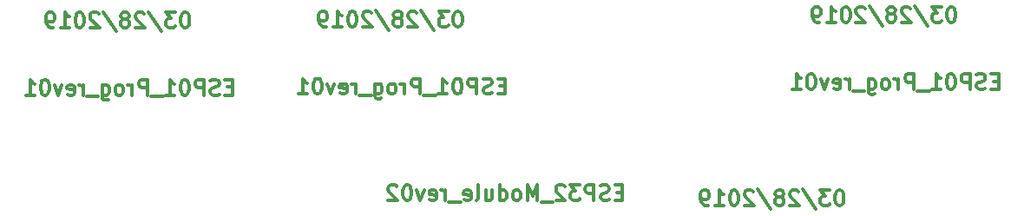
<source format=gbr>
G04 #@! TF.FileFunction,Legend,Bot*
%FSLAX46Y46*%
G04 Gerber Fmt 4.6, Leading zero omitted, Abs format (unit mm)*
G04 Created by KiCad (PCBNEW 4.0.7) date 03/28/19 16:01:04*
%MOMM*%
%LPD*%
G01*
G04 APERTURE LIST*
%ADD10C,0.050000*%
%ADD11C,0.300000*%
G04 APERTURE END LIST*
D10*
D11*
X184085712Y-117542857D02*
X183585712Y-117542857D01*
X183371426Y-118328571D02*
X184085712Y-118328571D01*
X184085712Y-116828571D01*
X183371426Y-116828571D01*
X182799998Y-118257143D02*
X182585712Y-118328571D01*
X182228569Y-118328571D01*
X182085712Y-118257143D01*
X182014283Y-118185714D01*
X181942855Y-118042857D01*
X181942855Y-117900000D01*
X182014283Y-117757143D01*
X182085712Y-117685714D01*
X182228569Y-117614286D01*
X182514283Y-117542857D01*
X182657141Y-117471429D01*
X182728569Y-117400000D01*
X182799998Y-117257143D01*
X182799998Y-117114286D01*
X182728569Y-116971429D01*
X182657141Y-116900000D01*
X182514283Y-116828571D01*
X182157141Y-116828571D01*
X181942855Y-116900000D01*
X181299998Y-118328571D02*
X181299998Y-116828571D01*
X180728570Y-116828571D01*
X180585712Y-116900000D01*
X180514284Y-116971429D01*
X180442855Y-117114286D01*
X180442855Y-117328571D01*
X180514284Y-117471429D01*
X180585712Y-117542857D01*
X180728570Y-117614286D01*
X181299998Y-117614286D01*
X179514284Y-116828571D02*
X179371427Y-116828571D01*
X179228570Y-116900000D01*
X179157141Y-116971429D01*
X179085712Y-117114286D01*
X179014284Y-117400000D01*
X179014284Y-117757143D01*
X179085712Y-118042857D01*
X179157141Y-118185714D01*
X179228570Y-118257143D01*
X179371427Y-118328571D01*
X179514284Y-118328571D01*
X179657141Y-118257143D01*
X179728570Y-118185714D01*
X179799998Y-118042857D01*
X179871427Y-117757143D01*
X179871427Y-117400000D01*
X179799998Y-117114286D01*
X179728570Y-116971429D01*
X179657141Y-116900000D01*
X179514284Y-116828571D01*
X177585713Y-118328571D02*
X178442856Y-118328571D01*
X178014284Y-118328571D02*
X178014284Y-116828571D01*
X178157141Y-117042857D01*
X178299999Y-117185714D01*
X178442856Y-117257143D01*
X177299999Y-118471429D02*
X176157142Y-118471429D01*
X175799999Y-118328571D02*
X175799999Y-116828571D01*
X175228571Y-116828571D01*
X175085713Y-116900000D01*
X175014285Y-116971429D01*
X174942856Y-117114286D01*
X174942856Y-117328571D01*
X175014285Y-117471429D01*
X175085713Y-117542857D01*
X175228571Y-117614286D01*
X175799999Y-117614286D01*
X174299999Y-118328571D02*
X174299999Y-117328571D01*
X174299999Y-117614286D02*
X174228571Y-117471429D01*
X174157142Y-117400000D01*
X174014285Y-117328571D01*
X173871428Y-117328571D01*
X173157142Y-118328571D02*
X173300000Y-118257143D01*
X173371428Y-118185714D01*
X173442857Y-118042857D01*
X173442857Y-117614286D01*
X173371428Y-117471429D01*
X173300000Y-117400000D01*
X173157142Y-117328571D01*
X172942857Y-117328571D01*
X172800000Y-117400000D01*
X172728571Y-117471429D01*
X172657142Y-117614286D01*
X172657142Y-118042857D01*
X172728571Y-118185714D01*
X172800000Y-118257143D01*
X172942857Y-118328571D01*
X173157142Y-118328571D01*
X171371428Y-117328571D02*
X171371428Y-118542857D01*
X171442857Y-118685714D01*
X171514285Y-118757143D01*
X171657142Y-118828571D01*
X171871428Y-118828571D01*
X172014285Y-118757143D01*
X171371428Y-118257143D02*
X171514285Y-118328571D01*
X171799999Y-118328571D01*
X171942857Y-118257143D01*
X172014285Y-118185714D01*
X172085714Y-118042857D01*
X172085714Y-117614286D01*
X172014285Y-117471429D01*
X171942857Y-117400000D01*
X171799999Y-117328571D01*
X171514285Y-117328571D01*
X171371428Y-117400000D01*
X171014285Y-118471429D02*
X169871428Y-118471429D01*
X169514285Y-118328571D02*
X169514285Y-117328571D01*
X169514285Y-117614286D02*
X169442857Y-117471429D01*
X169371428Y-117400000D01*
X169228571Y-117328571D01*
X169085714Y-117328571D01*
X168014286Y-118257143D02*
X168157143Y-118328571D01*
X168442857Y-118328571D01*
X168585714Y-118257143D01*
X168657143Y-118114286D01*
X168657143Y-117542857D01*
X168585714Y-117400000D01*
X168442857Y-117328571D01*
X168157143Y-117328571D01*
X168014286Y-117400000D01*
X167942857Y-117542857D01*
X167942857Y-117685714D01*
X168657143Y-117828571D01*
X167442857Y-117328571D02*
X167085714Y-118328571D01*
X166728572Y-117328571D01*
X165871429Y-116828571D02*
X165728572Y-116828571D01*
X165585715Y-116900000D01*
X165514286Y-116971429D01*
X165442857Y-117114286D01*
X165371429Y-117400000D01*
X165371429Y-117757143D01*
X165442857Y-118042857D01*
X165514286Y-118185714D01*
X165585715Y-118257143D01*
X165728572Y-118328571D01*
X165871429Y-118328571D01*
X166014286Y-118257143D01*
X166085715Y-118185714D01*
X166157143Y-118042857D01*
X166228572Y-117757143D01*
X166228572Y-117400000D01*
X166157143Y-117114286D01*
X166085715Y-116971429D01*
X166014286Y-116900000D01*
X165871429Y-116828571D01*
X163942858Y-118328571D02*
X164800001Y-118328571D01*
X164371429Y-118328571D02*
X164371429Y-116828571D01*
X164514286Y-117042857D01*
X164657144Y-117185714D01*
X164800001Y-117257143D01*
X179542856Y-110278571D02*
X179399999Y-110278571D01*
X179257142Y-110350000D01*
X179185713Y-110421429D01*
X179114284Y-110564286D01*
X179042856Y-110850000D01*
X179042856Y-111207143D01*
X179114284Y-111492857D01*
X179185713Y-111635714D01*
X179257142Y-111707143D01*
X179399999Y-111778571D01*
X179542856Y-111778571D01*
X179685713Y-111707143D01*
X179757142Y-111635714D01*
X179828570Y-111492857D01*
X179899999Y-111207143D01*
X179899999Y-110850000D01*
X179828570Y-110564286D01*
X179757142Y-110421429D01*
X179685713Y-110350000D01*
X179542856Y-110278571D01*
X178542856Y-110278571D02*
X177614285Y-110278571D01*
X178114285Y-110850000D01*
X177899999Y-110850000D01*
X177757142Y-110921429D01*
X177685713Y-110992857D01*
X177614285Y-111135714D01*
X177614285Y-111492857D01*
X177685713Y-111635714D01*
X177757142Y-111707143D01*
X177899999Y-111778571D01*
X178328571Y-111778571D01*
X178471428Y-111707143D01*
X178542856Y-111635714D01*
X175900000Y-110207143D02*
X177185714Y-112135714D01*
X175471428Y-110421429D02*
X175399999Y-110350000D01*
X175257142Y-110278571D01*
X174899999Y-110278571D01*
X174757142Y-110350000D01*
X174685713Y-110421429D01*
X174614285Y-110564286D01*
X174614285Y-110707143D01*
X174685713Y-110921429D01*
X175542856Y-111778571D01*
X174614285Y-111778571D01*
X173757142Y-110921429D02*
X173900000Y-110850000D01*
X173971428Y-110778571D01*
X174042857Y-110635714D01*
X174042857Y-110564286D01*
X173971428Y-110421429D01*
X173900000Y-110350000D01*
X173757142Y-110278571D01*
X173471428Y-110278571D01*
X173328571Y-110350000D01*
X173257142Y-110421429D01*
X173185714Y-110564286D01*
X173185714Y-110635714D01*
X173257142Y-110778571D01*
X173328571Y-110850000D01*
X173471428Y-110921429D01*
X173757142Y-110921429D01*
X173900000Y-110992857D01*
X173971428Y-111064286D01*
X174042857Y-111207143D01*
X174042857Y-111492857D01*
X173971428Y-111635714D01*
X173900000Y-111707143D01*
X173757142Y-111778571D01*
X173471428Y-111778571D01*
X173328571Y-111707143D01*
X173257142Y-111635714D01*
X173185714Y-111492857D01*
X173185714Y-111207143D01*
X173257142Y-111064286D01*
X173328571Y-110992857D01*
X173471428Y-110921429D01*
X171471429Y-110207143D02*
X172757143Y-112135714D01*
X171042857Y-110421429D02*
X170971428Y-110350000D01*
X170828571Y-110278571D01*
X170471428Y-110278571D01*
X170328571Y-110350000D01*
X170257142Y-110421429D01*
X170185714Y-110564286D01*
X170185714Y-110707143D01*
X170257142Y-110921429D01*
X171114285Y-111778571D01*
X170185714Y-111778571D01*
X169257143Y-110278571D02*
X169114286Y-110278571D01*
X168971429Y-110350000D01*
X168900000Y-110421429D01*
X168828571Y-110564286D01*
X168757143Y-110850000D01*
X168757143Y-111207143D01*
X168828571Y-111492857D01*
X168900000Y-111635714D01*
X168971429Y-111707143D01*
X169114286Y-111778571D01*
X169257143Y-111778571D01*
X169400000Y-111707143D01*
X169471429Y-111635714D01*
X169542857Y-111492857D01*
X169614286Y-111207143D01*
X169614286Y-110850000D01*
X169542857Y-110564286D01*
X169471429Y-110421429D01*
X169400000Y-110350000D01*
X169257143Y-110278571D01*
X167328572Y-111778571D02*
X168185715Y-111778571D01*
X167757143Y-111778571D02*
X167757143Y-110278571D01*
X167900000Y-110492857D01*
X168042858Y-110635714D01*
X168185715Y-110707143D01*
X166614287Y-111778571D02*
X166328572Y-111778571D01*
X166185715Y-111707143D01*
X166114287Y-111635714D01*
X165971429Y-111421429D01*
X165900001Y-111135714D01*
X165900001Y-110564286D01*
X165971429Y-110421429D01*
X166042858Y-110350000D01*
X166185715Y-110278571D01*
X166471429Y-110278571D01*
X166614287Y-110350000D01*
X166685715Y-110421429D01*
X166757144Y-110564286D01*
X166757144Y-110921429D01*
X166685715Y-111064286D01*
X166614287Y-111135714D01*
X166471429Y-111207143D01*
X166185715Y-111207143D01*
X166042858Y-111135714D01*
X165971429Y-111064286D01*
X165900001Y-110921429D01*
X135935712Y-117992857D02*
X135435712Y-117992857D01*
X135221426Y-118778571D02*
X135935712Y-118778571D01*
X135935712Y-117278571D01*
X135221426Y-117278571D01*
X134649998Y-118707143D02*
X134435712Y-118778571D01*
X134078569Y-118778571D01*
X133935712Y-118707143D01*
X133864283Y-118635714D01*
X133792855Y-118492857D01*
X133792855Y-118350000D01*
X133864283Y-118207143D01*
X133935712Y-118135714D01*
X134078569Y-118064286D01*
X134364283Y-117992857D01*
X134507141Y-117921429D01*
X134578569Y-117850000D01*
X134649998Y-117707143D01*
X134649998Y-117564286D01*
X134578569Y-117421429D01*
X134507141Y-117350000D01*
X134364283Y-117278571D01*
X134007141Y-117278571D01*
X133792855Y-117350000D01*
X133149998Y-118778571D02*
X133149998Y-117278571D01*
X132578570Y-117278571D01*
X132435712Y-117350000D01*
X132364284Y-117421429D01*
X132292855Y-117564286D01*
X132292855Y-117778571D01*
X132364284Y-117921429D01*
X132435712Y-117992857D01*
X132578570Y-118064286D01*
X133149998Y-118064286D01*
X131364284Y-117278571D02*
X131221427Y-117278571D01*
X131078570Y-117350000D01*
X131007141Y-117421429D01*
X130935712Y-117564286D01*
X130864284Y-117850000D01*
X130864284Y-118207143D01*
X130935712Y-118492857D01*
X131007141Y-118635714D01*
X131078570Y-118707143D01*
X131221427Y-118778571D01*
X131364284Y-118778571D01*
X131507141Y-118707143D01*
X131578570Y-118635714D01*
X131649998Y-118492857D01*
X131721427Y-118207143D01*
X131721427Y-117850000D01*
X131649998Y-117564286D01*
X131578570Y-117421429D01*
X131507141Y-117350000D01*
X131364284Y-117278571D01*
X129435713Y-118778571D02*
X130292856Y-118778571D01*
X129864284Y-118778571D02*
X129864284Y-117278571D01*
X130007141Y-117492857D01*
X130149999Y-117635714D01*
X130292856Y-117707143D01*
X129149999Y-118921429D02*
X128007142Y-118921429D01*
X127649999Y-118778571D02*
X127649999Y-117278571D01*
X127078571Y-117278571D01*
X126935713Y-117350000D01*
X126864285Y-117421429D01*
X126792856Y-117564286D01*
X126792856Y-117778571D01*
X126864285Y-117921429D01*
X126935713Y-117992857D01*
X127078571Y-118064286D01*
X127649999Y-118064286D01*
X126149999Y-118778571D02*
X126149999Y-117778571D01*
X126149999Y-118064286D02*
X126078571Y-117921429D01*
X126007142Y-117850000D01*
X125864285Y-117778571D01*
X125721428Y-117778571D01*
X125007142Y-118778571D02*
X125150000Y-118707143D01*
X125221428Y-118635714D01*
X125292857Y-118492857D01*
X125292857Y-118064286D01*
X125221428Y-117921429D01*
X125150000Y-117850000D01*
X125007142Y-117778571D01*
X124792857Y-117778571D01*
X124650000Y-117850000D01*
X124578571Y-117921429D01*
X124507142Y-118064286D01*
X124507142Y-118492857D01*
X124578571Y-118635714D01*
X124650000Y-118707143D01*
X124792857Y-118778571D01*
X125007142Y-118778571D01*
X123221428Y-117778571D02*
X123221428Y-118992857D01*
X123292857Y-119135714D01*
X123364285Y-119207143D01*
X123507142Y-119278571D01*
X123721428Y-119278571D01*
X123864285Y-119207143D01*
X123221428Y-118707143D02*
X123364285Y-118778571D01*
X123649999Y-118778571D01*
X123792857Y-118707143D01*
X123864285Y-118635714D01*
X123935714Y-118492857D01*
X123935714Y-118064286D01*
X123864285Y-117921429D01*
X123792857Y-117850000D01*
X123649999Y-117778571D01*
X123364285Y-117778571D01*
X123221428Y-117850000D01*
X122864285Y-118921429D02*
X121721428Y-118921429D01*
X121364285Y-118778571D02*
X121364285Y-117778571D01*
X121364285Y-118064286D02*
X121292857Y-117921429D01*
X121221428Y-117850000D01*
X121078571Y-117778571D01*
X120935714Y-117778571D01*
X119864286Y-118707143D02*
X120007143Y-118778571D01*
X120292857Y-118778571D01*
X120435714Y-118707143D01*
X120507143Y-118564286D01*
X120507143Y-117992857D01*
X120435714Y-117850000D01*
X120292857Y-117778571D01*
X120007143Y-117778571D01*
X119864286Y-117850000D01*
X119792857Y-117992857D01*
X119792857Y-118135714D01*
X120507143Y-118278571D01*
X119292857Y-117778571D02*
X118935714Y-118778571D01*
X118578572Y-117778571D01*
X117721429Y-117278571D02*
X117578572Y-117278571D01*
X117435715Y-117350000D01*
X117364286Y-117421429D01*
X117292857Y-117564286D01*
X117221429Y-117850000D01*
X117221429Y-118207143D01*
X117292857Y-118492857D01*
X117364286Y-118635714D01*
X117435715Y-118707143D01*
X117578572Y-118778571D01*
X117721429Y-118778571D01*
X117864286Y-118707143D01*
X117935715Y-118635714D01*
X118007143Y-118492857D01*
X118078572Y-118207143D01*
X118078572Y-117850000D01*
X118007143Y-117564286D01*
X117935715Y-117421429D01*
X117864286Y-117350000D01*
X117721429Y-117278571D01*
X115792858Y-118778571D02*
X116650001Y-118778571D01*
X116221429Y-118778571D02*
X116221429Y-117278571D01*
X116364286Y-117492857D01*
X116507144Y-117635714D01*
X116650001Y-117707143D01*
X131392856Y-110728571D02*
X131249999Y-110728571D01*
X131107142Y-110800000D01*
X131035713Y-110871429D01*
X130964284Y-111014286D01*
X130892856Y-111300000D01*
X130892856Y-111657143D01*
X130964284Y-111942857D01*
X131035713Y-112085714D01*
X131107142Y-112157143D01*
X131249999Y-112228571D01*
X131392856Y-112228571D01*
X131535713Y-112157143D01*
X131607142Y-112085714D01*
X131678570Y-111942857D01*
X131749999Y-111657143D01*
X131749999Y-111300000D01*
X131678570Y-111014286D01*
X131607142Y-110871429D01*
X131535713Y-110800000D01*
X131392856Y-110728571D01*
X130392856Y-110728571D02*
X129464285Y-110728571D01*
X129964285Y-111300000D01*
X129749999Y-111300000D01*
X129607142Y-111371429D01*
X129535713Y-111442857D01*
X129464285Y-111585714D01*
X129464285Y-111942857D01*
X129535713Y-112085714D01*
X129607142Y-112157143D01*
X129749999Y-112228571D01*
X130178571Y-112228571D01*
X130321428Y-112157143D01*
X130392856Y-112085714D01*
X127750000Y-110657143D02*
X129035714Y-112585714D01*
X127321428Y-110871429D02*
X127249999Y-110800000D01*
X127107142Y-110728571D01*
X126749999Y-110728571D01*
X126607142Y-110800000D01*
X126535713Y-110871429D01*
X126464285Y-111014286D01*
X126464285Y-111157143D01*
X126535713Y-111371429D01*
X127392856Y-112228571D01*
X126464285Y-112228571D01*
X125607142Y-111371429D02*
X125750000Y-111300000D01*
X125821428Y-111228571D01*
X125892857Y-111085714D01*
X125892857Y-111014286D01*
X125821428Y-110871429D01*
X125750000Y-110800000D01*
X125607142Y-110728571D01*
X125321428Y-110728571D01*
X125178571Y-110800000D01*
X125107142Y-110871429D01*
X125035714Y-111014286D01*
X125035714Y-111085714D01*
X125107142Y-111228571D01*
X125178571Y-111300000D01*
X125321428Y-111371429D01*
X125607142Y-111371429D01*
X125750000Y-111442857D01*
X125821428Y-111514286D01*
X125892857Y-111657143D01*
X125892857Y-111942857D01*
X125821428Y-112085714D01*
X125750000Y-112157143D01*
X125607142Y-112228571D01*
X125321428Y-112228571D01*
X125178571Y-112157143D01*
X125107142Y-112085714D01*
X125035714Y-111942857D01*
X125035714Y-111657143D01*
X125107142Y-111514286D01*
X125178571Y-111442857D01*
X125321428Y-111371429D01*
X123321429Y-110657143D02*
X124607143Y-112585714D01*
X122892857Y-110871429D02*
X122821428Y-110800000D01*
X122678571Y-110728571D01*
X122321428Y-110728571D01*
X122178571Y-110800000D01*
X122107142Y-110871429D01*
X122035714Y-111014286D01*
X122035714Y-111157143D01*
X122107142Y-111371429D01*
X122964285Y-112228571D01*
X122035714Y-112228571D01*
X121107143Y-110728571D02*
X120964286Y-110728571D01*
X120821429Y-110800000D01*
X120750000Y-110871429D01*
X120678571Y-111014286D01*
X120607143Y-111300000D01*
X120607143Y-111657143D01*
X120678571Y-111942857D01*
X120750000Y-112085714D01*
X120821429Y-112157143D01*
X120964286Y-112228571D01*
X121107143Y-112228571D01*
X121250000Y-112157143D01*
X121321429Y-112085714D01*
X121392857Y-111942857D01*
X121464286Y-111657143D01*
X121464286Y-111300000D01*
X121392857Y-111014286D01*
X121321429Y-110871429D01*
X121250000Y-110800000D01*
X121107143Y-110728571D01*
X119178572Y-112228571D02*
X120035715Y-112228571D01*
X119607143Y-112228571D02*
X119607143Y-110728571D01*
X119750000Y-110942857D01*
X119892858Y-111085714D01*
X120035715Y-111157143D01*
X118464287Y-112228571D02*
X118178572Y-112228571D01*
X118035715Y-112157143D01*
X117964287Y-112085714D01*
X117821429Y-111871429D01*
X117750001Y-111585714D01*
X117750001Y-111014286D01*
X117821429Y-110871429D01*
X117892858Y-110800000D01*
X118035715Y-110728571D01*
X118321429Y-110728571D01*
X118464287Y-110800000D01*
X118535715Y-110871429D01*
X118607144Y-111014286D01*
X118607144Y-111371429D01*
X118535715Y-111514286D01*
X118464287Y-111585714D01*
X118321429Y-111657143D01*
X118035715Y-111657143D01*
X117892858Y-111585714D01*
X117821429Y-111514286D01*
X117750001Y-111371429D01*
X147392855Y-128392857D02*
X146892855Y-128392857D01*
X146678569Y-129178571D02*
X147392855Y-129178571D01*
X147392855Y-127678571D01*
X146678569Y-127678571D01*
X146107141Y-129107143D02*
X145892855Y-129178571D01*
X145535712Y-129178571D01*
X145392855Y-129107143D01*
X145321426Y-129035714D01*
X145249998Y-128892857D01*
X145249998Y-128750000D01*
X145321426Y-128607143D01*
X145392855Y-128535714D01*
X145535712Y-128464286D01*
X145821426Y-128392857D01*
X145964284Y-128321429D01*
X146035712Y-128250000D01*
X146107141Y-128107143D01*
X146107141Y-127964286D01*
X146035712Y-127821429D01*
X145964284Y-127750000D01*
X145821426Y-127678571D01*
X145464284Y-127678571D01*
X145249998Y-127750000D01*
X144607141Y-129178571D02*
X144607141Y-127678571D01*
X144035713Y-127678571D01*
X143892855Y-127750000D01*
X143821427Y-127821429D01*
X143749998Y-127964286D01*
X143749998Y-128178571D01*
X143821427Y-128321429D01*
X143892855Y-128392857D01*
X144035713Y-128464286D01*
X144607141Y-128464286D01*
X143249998Y-127678571D02*
X142321427Y-127678571D01*
X142821427Y-128250000D01*
X142607141Y-128250000D01*
X142464284Y-128321429D01*
X142392855Y-128392857D01*
X142321427Y-128535714D01*
X142321427Y-128892857D01*
X142392855Y-129035714D01*
X142464284Y-129107143D01*
X142607141Y-129178571D01*
X143035713Y-129178571D01*
X143178570Y-129107143D01*
X143249998Y-129035714D01*
X141749999Y-127821429D02*
X141678570Y-127750000D01*
X141535713Y-127678571D01*
X141178570Y-127678571D01*
X141035713Y-127750000D01*
X140964284Y-127821429D01*
X140892856Y-127964286D01*
X140892856Y-128107143D01*
X140964284Y-128321429D01*
X141821427Y-129178571D01*
X140892856Y-129178571D01*
X140607142Y-129321429D02*
X139464285Y-129321429D01*
X139107142Y-129178571D02*
X139107142Y-127678571D01*
X138607142Y-128750000D01*
X138107142Y-127678571D01*
X138107142Y-129178571D01*
X137178570Y-129178571D02*
X137321428Y-129107143D01*
X137392856Y-129035714D01*
X137464285Y-128892857D01*
X137464285Y-128464286D01*
X137392856Y-128321429D01*
X137321428Y-128250000D01*
X137178570Y-128178571D01*
X136964285Y-128178571D01*
X136821428Y-128250000D01*
X136749999Y-128321429D01*
X136678570Y-128464286D01*
X136678570Y-128892857D01*
X136749999Y-129035714D01*
X136821428Y-129107143D01*
X136964285Y-129178571D01*
X137178570Y-129178571D01*
X135392856Y-129178571D02*
X135392856Y-127678571D01*
X135392856Y-129107143D02*
X135535713Y-129178571D01*
X135821427Y-129178571D01*
X135964285Y-129107143D01*
X136035713Y-129035714D01*
X136107142Y-128892857D01*
X136107142Y-128464286D01*
X136035713Y-128321429D01*
X135964285Y-128250000D01*
X135821427Y-128178571D01*
X135535713Y-128178571D01*
X135392856Y-128250000D01*
X134035713Y-128178571D02*
X134035713Y-129178571D01*
X134678570Y-128178571D02*
X134678570Y-128964286D01*
X134607142Y-129107143D01*
X134464284Y-129178571D01*
X134249999Y-129178571D01*
X134107142Y-129107143D01*
X134035713Y-129035714D01*
X133107141Y-129178571D02*
X133249999Y-129107143D01*
X133321427Y-128964286D01*
X133321427Y-127678571D01*
X131964285Y-129107143D02*
X132107142Y-129178571D01*
X132392856Y-129178571D01*
X132535713Y-129107143D01*
X132607142Y-128964286D01*
X132607142Y-128392857D01*
X132535713Y-128250000D01*
X132392856Y-128178571D01*
X132107142Y-128178571D01*
X131964285Y-128250000D01*
X131892856Y-128392857D01*
X131892856Y-128535714D01*
X132607142Y-128678571D01*
X131607142Y-129321429D02*
X130464285Y-129321429D01*
X130107142Y-129178571D02*
X130107142Y-128178571D01*
X130107142Y-128464286D02*
X130035714Y-128321429D01*
X129964285Y-128250000D01*
X129821428Y-128178571D01*
X129678571Y-128178571D01*
X128607143Y-129107143D02*
X128750000Y-129178571D01*
X129035714Y-129178571D01*
X129178571Y-129107143D01*
X129250000Y-128964286D01*
X129250000Y-128392857D01*
X129178571Y-128250000D01*
X129035714Y-128178571D01*
X128750000Y-128178571D01*
X128607143Y-128250000D01*
X128535714Y-128392857D01*
X128535714Y-128535714D01*
X129250000Y-128678571D01*
X128035714Y-128178571D02*
X127678571Y-129178571D01*
X127321429Y-128178571D01*
X126464286Y-127678571D02*
X126321429Y-127678571D01*
X126178572Y-127750000D01*
X126107143Y-127821429D01*
X126035714Y-127964286D01*
X125964286Y-128250000D01*
X125964286Y-128607143D01*
X126035714Y-128892857D01*
X126107143Y-129035714D01*
X126178572Y-129107143D01*
X126321429Y-129178571D01*
X126464286Y-129178571D01*
X126607143Y-129107143D01*
X126678572Y-129035714D01*
X126750000Y-128892857D01*
X126821429Y-128607143D01*
X126821429Y-128250000D01*
X126750000Y-127964286D01*
X126678572Y-127821429D01*
X126607143Y-127750000D01*
X126464286Y-127678571D01*
X125392858Y-127821429D02*
X125321429Y-127750000D01*
X125178572Y-127678571D01*
X124821429Y-127678571D01*
X124678572Y-127750000D01*
X124607143Y-127821429D01*
X124535715Y-127964286D01*
X124535715Y-128107143D01*
X124607143Y-128321429D01*
X125464286Y-129178571D01*
X124535715Y-129178571D01*
X168642856Y-128178571D02*
X168499999Y-128178571D01*
X168357142Y-128250000D01*
X168285713Y-128321429D01*
X168214284Y-128464286D01*
X168142856Y-128750000D01*
X168142856Y-129107143D01*
X168214284Y-129392857D01*
X168285713Y-129535714D01*
X168357142Y-129607143D01*
X168499999Y-129678571D01*
X168642856Y-129678571D01*
X168785713Y-129607143D01*
X168857142Y-129535714D01*
X168928570Y-129392857D01*
X168999999Y-129107143D01*
X168999999Y-128750000D01*
X168928570Y-128464286D01*
X168857142Y-128321429D01*
X168785713Y-128250000D01*
X168642856Y-128178571D01*
X167642856Y-128178571D02*
X166714285Y-128178571D01*
X167214285Y-128750000D01*
X166999999Y-128750000D01*
X166857142Y-128821429D01*
X166785713Y-128892857D01*
X166714285Y-129035714D01*
X166714285Y-129392857D01*
X166785713Y-129535714D01*
X166857142Y-129607143D01*
X166999999Y-129678571D01*
X167428571Y-129678571D01*
X167571428Y-129607143D01*
X167642856Y-129535714D01*
X165000000Y-128107143D02*
X166285714Y-130035714D01*
X164571428Y-128321429D02*
X164499999Y-128250000D01*
X164357142Y-128178571D01*
X163999999Y-128178571D01*
X163857142Y-128250000D01*
X163785713Y-128321429D01*
X163714285Y-128464286D01*
X163714285Y-128607143D01*
X163785713Y-128821429D01*
X164642856Y-129678571D01*
X163714285Y-129678571D01*
X162857142Y-128821429D02*
X163000000Y-128750000D01*
X163071428Y-128678571D01*
X163142857Y-128535714D01*
X163142857Y-128464286D01*
X163071428Y-128321429D01*
X163000000Y-128250000D01*
X162857142Y-128178571D01*
X162571428Y-128178571D01*
X162428571Y-128250000D01*
X162357142Y-128321429D01*
X162285714Y-128464286D01*
X162285714Y-128535714D01*
X162357142Y-128678571D01*
X162428571Y-128750000D01*
X162571428Y-128821429D01*
X162857142Y-128821429D01*
X163000000Y-128892857D01*
X163071428Y-128964286D01*
X163142857Y-129107143D01*
X163142857Y-129392857D01*
X163071428Y-129535714D01*
X163000000Y-129607143D01*
X162857142Y-129678571D01*
X162571428Y-129678571D01*
X162428571Y-129607143D01*
X162357142Y-129535714D01*
X162285714Y-129392857D01*
X162285714Y-129107143D01*
X162357142Y-128964286D01*
X162428571Y-128892857D01*
X162571428Y-128821429D01*
X160571429Y-128107143D02*
X161857143Y-130035714D01*
X160142857Y-128321429D02*
X160071428Y-128250000D01*
X159928571Y-128178571D01*
X159571428Y-128178571D01*
X159428571Y-128250000D01*
X159357142Y-128321429D01*
X159285714Y-128464286D01*
X159285714Y-128607143D01*
X159357142Y-128821429D01*
X160214285Y-129678571D01*
X159285714Y-129678571D01*
X158357143Y-128178571D02*
X158214286Y-128178571D01*
X158071429Y-128250000D01*
X158000000Y-128321429D01*
X157928571Y-128464286D01*
X157857143Y-128750000D01*
X157857143Y-129107143D01*
X157928571Y-129392857D01*
X158000000Y-129535714D01*
X158071429Y-129607143D01*
X158214286Y-129678571D01*
X158357143Y-129678571D01*
X158500000Y-129607143D01*
X158571429Y-129535714D01*
X158642857Y-129392857D01*
X158714286Y-129107143D01*
X158714286Y-128750000D01*
X158642857Y-128464286D01*
X158571429Y-128321429D01*
X158500000Y-128250000D01*
X158357143Y-128178571D01*
X156428572Y-129678571D02*
X157285715Y-129678571D01*
X156857143Y-129678571D02*
X156857143Y-128178571D01*
X157000000Y-128392857D01*
X157142858Y-128535714D01*
X157285715Y-128607143D01*
X155714287Y-129678571D02*
X155428572Y-129678571D01*
X155285715Y-129607143D01*
X155214287Y-129535714D01*
X155071429Y-129321429D01*
X155000001Y-129035714D01*
X155000001Y-128464286D01*
X155071429Y-128321429D01*
X155142858Y-128250000D01*
X155285715Y-128178571D01*
X155571429Y-128178571D01*
X155714287Y-128250000D01*
X155785715Y-128321429D01*
X155857144Y-128464286D01*
X155857144Y-128821429D01*
X155785715Y-128964286D01*
X155714287Y-129035714D01*
X155571429Y-129107143D01*
X155285715Y-129107143D01*
X155142858Y-129035714D01*
X155071429Y-128964286D01*
X155000001Y-128821429D01*
X104792856Y-110828571D02*
X104649999Y-110828571D01*
X104507142Y-110900000D01*
X104435713Y-110971429D01*
X104364284Y-111114286D01*
X104292856Y-111400000D01*
X104292856Y-111757143D01*
X104364284Y-112042857D01*
X104435713Y-112185714D01*
X104507142Y-112257143D01*
X104649999Y-112328571D01*
X104792856Y-112328571D01*
X104935713Y-112257143D01*
X105007142Y-112185714D01*
X105078570Y-112042857D01*
X105149999Y-111757143D01*
X105149999Y-111400000D01*
X105078570Y-111114286D01*
X105007142Y-110971429D01*
X104935713Y-110900000D01*
X104792856Y-110828571D01*
X103792856Y-110828571D02*
X102864285Y-110828571D01*
X103364285Y-111400000D01*
X103149999Y-111400000D01*
X103007142Y-111471429D01*
X102935713Y-111542857D01*
X102864285Y-111685714D01*
X102864285Y-112042857D01*
X102935713Y-112185714D01*
X103007142Y-112257143D01*
X103149999Y-112328571D01*
X103578571Y-112328571D01*
X103721428Y-112257143D01*
X103792856Y-112185714D01*
X101150000Y-110757143D02*
X102435714Y-112685714D01*
X100721428Y-110971429D02*
X100649999Y-110900000D01*
X100507142Y-110828571D01*
X100149999Y-110828571D01*
X100007142Y-110900000D01*
X99935713Y-110971429D01*
X99864285Y-111114286D01*
X99864285Y-111257143D01*
X99935713Y-111471429D01*
X100792856Y-112328571D01*
X99864285Y-112328571D01*
X99007142Y-111471429D02*
X99150000Y-111400000D01*
X99221428Y-111328571D01*
X99292857Y-111185714D01*
X99292857Y-111114286D01*
X99221428Y-110971429D01*
X99150000Y-110900000D01*
X99007142Y-110828571D01*
X98721428Y-110828571D01*
X98578571Y-110900000D01*
X98507142Y-110971429D01*
X98435714Y-111114286D01*
X98435714Y-111185714D01*
X98507142Y-111328571D01*
X98578571Y-111400000D01*
X98721428Y-111471429D01*
X99007142Y-111471429D01*
X99150000Y-111542857D01*
X99221428Y-111614286D01*
X99292857Y-111757143D01*
X99292857Y-112042857D01*
X99221428Y-112185714D01*
X99150000Y-112257143D01*
X99007142Y-112328571D01*
X98721428Y-112328571D01*
X98578571Y-112257143D01*
X98507142Y-112185714D01*
X98435714Y-112042857D01*
X98435714Y-111757143D01*
X98507142Y-111614286D01*
X98578571Y-111542857D01*
X98721428Y-111471429D01*
X96721429Y-110757143D02*
X98007143Y-112685714D01*
X96292857Y-110971429D02*
X96221428Y-110900000D01*
X96078571Y-110828571D01*
X95721428Y-110828571D01*
X95578571Y-110900000D01*
X95507142Y-110971429D01*
X95435714Y-111114286D01*
X95435714Y-111257143D01*
X95507142Y-111471429D01*
X96364285Y-112328571D01*
X95435714Y-112328571D01*
X94507143Y-110828571D02*
X94364286Y-110828571D01*
X94221429Y-110900000D01*
X94150000Y-110971429D01*
X94078571Y-111114286D01*
X94007143Y-111400000D01*
X94007143Y-111757143D01*
X94078571Y-112042857D01*
X94150000Y-112185714D01*
X94221429Y-112257143D01*
X94364286Y-112328571D01*
X94507143Y-112328571D01*
X94650000Y-112257143D01*
X94721429Y-112185714D01*
X94792857Y-112042857D01*
X94864286Y-111757143D01*
X94864286Y-111400000D01*
X94792857Y-111114286D01*
X94721429Y-110971429D01*
X94650000Y-110900000D01*
X94507143Y-110828571D01*
X92578572Y-112328571D02*
X93435715Y-112328571D01*
X93007143Y-112328571D02*
X93007143Y-110828571D01*
X93150000Y-111042857D01*
X93292858Y-111185714D01*
X93435715Y-111257143D01*
X91864287Y-112328571D02*
X91578572Y-112328571D01*
X91435715Y-112257143D01*
X91364287Y-112185714D01*
X91221429Y-111971429D01*
X91150001Y-111685714D01*
X91150001Y-111114286D01*
X91221429Y-110971429D01*
X91292858Y-110900000D01*
X91435715Y-110828571D01*
X91721429Y-110828571D01*
X91864287Y-110900000D01*
X91935715Y-110971429D01*
X92007144Y-111114286D01*
X92007144Y-111471429D01*
X91935715Y-111614286D01*
X91864287Y-111685714D01*
X91721429Y-111757143D01*
X91435715Y-111757143D01*
X91292858Y-111685714D01*
X91221429Y-111614286D01*
X91150001Y-111471429D01*
X109335712Y-118092857D02*
X108835712Y-118092857D01*
X108621426Y-118878571D02*
X109335712Y-118878571D01*
X109335712Y-117378571D01*
X108621426Y-117378571D01*
X108049998Y-118807143D02*
X107835712Y-118878571D01*
X107478569Y-118878571D01*
X107335712Y-118807143D01*
X107264283Y-118735714D01*
X107192855Y-118592857D01*
X107192855Y-118450000D01*
X107264283Y-118307143D01*
X107335712Y-118235714D01*
X107478569Y-118164286D01*
X107764283Y-118092857D01*
X107907141Y-118021429D01*
X107978569Y-117950000D01*
X108049998Y-117807143D01*
X108049998Y-117664286D01*
X107978569Y-117521429D01*
X107907141Y-117450000D01*
X107764283Y-117378571D01*
X107407141Y-117378571D01*
X107192855Y-117450000D01*
X106549998Y-118878571D02*
X106549998Y-117378571D01*
X105978570Y-117378571D01*
X105835712Y-117450000D01*
X105764284Y-117521429D01*
X105692855Y-117664286D01*
X105692855Y-117878571D01*
X105764284Y-118021429D01*
X105835712Y-118092857D01*
X105978570Y-118164286D01*
X106549998Y-118164286D01*
X104764284Y-117378571D02*
X104621427Y-117378571D01*
X104478570Y-117450000D01*
X104407141Y-117521429D01*
X104335712Y-117664286D01*
X104264284Y-117950000D01*
X104264284Y-118307143D01*
X104335712Y-118592857D01*
X104407141Y-118735714D01*
X104478570Y-118807143D01*
X104621427Y-118878571D01*
X104764284Y-118878571D01*
X104907141Y-118807143D01*
X104978570Y-118735714D01*
X105049998Y-118592857D01*
X105121427Y-118307143D01*
X105121427Y-117950000D01*
X105049998Y-117664286D01*
X104978570Y-117521429D01*
X104907141Y-117450000D01*
X104764284Y-117378571D01*
X102835713Y-118878571D02*
X103692856Y-118878571D01*
X103264284Y-118878571D02*
X103264284Y-117378571D01*
X103407141Y-117592857D01*
X103549999Y-117735714D01*
X103692856Y-117807143D01*
X102549999Y-119021429D02*
X101407142Y-119021429D01*
X101049999Y-118878571D02*
X101049999Y-117378571D01*
X100478571Y-117378571D01*
X100335713Y-117450000D01*
X100264285Y-117521429D01*
X100192856Y-117664286D01*
X100192856Y-117878571D01*
X100264285Y-118021429D01*
X100335713Y-118092857D01*
X100478571Y-118164286D01*
X101049999Y-118164286D01*
X99549999Y-118878571D02*
X99549999Y-117878571D01*
X99549999Y-118164286D02*
X99478571Y-118021429D01*
X99407142Y-117950000D01*
X99264285Y-117878571D01*
X99121428Y-117878571D01*
X98407142Y-118878571D02*
X98550000Y-118807143D01*
X98621428Y-118735714D01*
X98692857Y-118592857D01*
X98692857Y-118164286D01*
X98621428Y-118021429D01*
X98550000Y-117950000D01*
X98407142Y-117878571D01*
X98192857Y-117878571D01*
X98050000Y-117950000D01*
X97978571Y-118021429D01*
X97907142Y-118164286D01*
X97907142Y-118592857D01*
X97978571Y-118735714D01*
X98050000Y-118807143D01*
X98192857Y-118878571D01*
X98407142Y-118878571D01*
X96621428Y-117878571D02*
X96621428Y-119092857D01*
X96692857Y-119235714D01*
X96764285Y-119307143D01*
X96907142Y-119378571D01*
X97121428Y-119378571D01*
X97264285Y-119307143D01*
X96621428Y-118807143D02*
X96764285Y-118878571D01*
X97049999Y-118878571D01*
X97192857Y-118807143D01*
X97264285Y-118735714D01*
X97335714Y-118592857D01*
X97335714Y-118164286D01*
X97264285Y-118021429D01*
X97192857Y-117950000D01*
X97049999Y-117878571D01*
X96764285Y-117878571D01*
X96621428Y-117950000D01*
X96264285Y-119021429D02*
X95121428Y-119021429D01*
X94764285Y-118878571D02*
X94764285Y-117878571D01*
X94764285Y-118164286D02*
X94692857Y-118021429D01*
X94621428Y-117950000D01*
X94478571Y-117878571D01*
X94335714Y-117878571D01*
X93264286Y-118807143D02*
X93407143Y-118878571D01*
X93692857Y-118878571D01*
X93835714Y-118807143D01*
X93907143Y-118664286D01*
X93907143Y-118092857D01*
X93835714Y-117950000D01*
X93692857Y-117878571D01*
X93407143Y-117878571D01*
X93264286Y-117950000D01*
X93192857Y-118092857D01*
X93192857Y-118235714D01*
X93907143Y-118378571D01*
X92692857Y-117878571D02*
X92335714Y-118878571D01*
X91978572Y-117878571D01*
X91121429Y-117378571D02*
X90978572Y-117378571D01*
X90835715Y-117450000D01*
X90764286Y-117521429D01*
X90692857Y-117664286D01*
X90621429Y-117950000D01*
X90621429Y-118307143D01*
X90692857Y-118592857D01*
X90764286Y-118735714D01*
X90835715Y-118807143D01*
X90978572Y-118878571D01*
X91121429Y-118878571D01*
X91264286Y-118807143D01*
X91335715Y-118735714D01*
X91407143Y-118592857D01*
X91478572Y-118307143D01*
X91478572Y-117950000D01*
X91407143Y-117664286D01*
X91335715Y-117521429D01*
X91264286Y-117450000D01*
X91121429Y-117378571D01*
X89192858Y-118878571D02*
X90050001Y-118878571D01*
X89621429Y-118878571D02*
X89621429Y-117378571D01*
X89764286Y-117592857D01*
X89907144Y-117735714D01*
X90050001Y-117807143D01*
M02*

</source>
